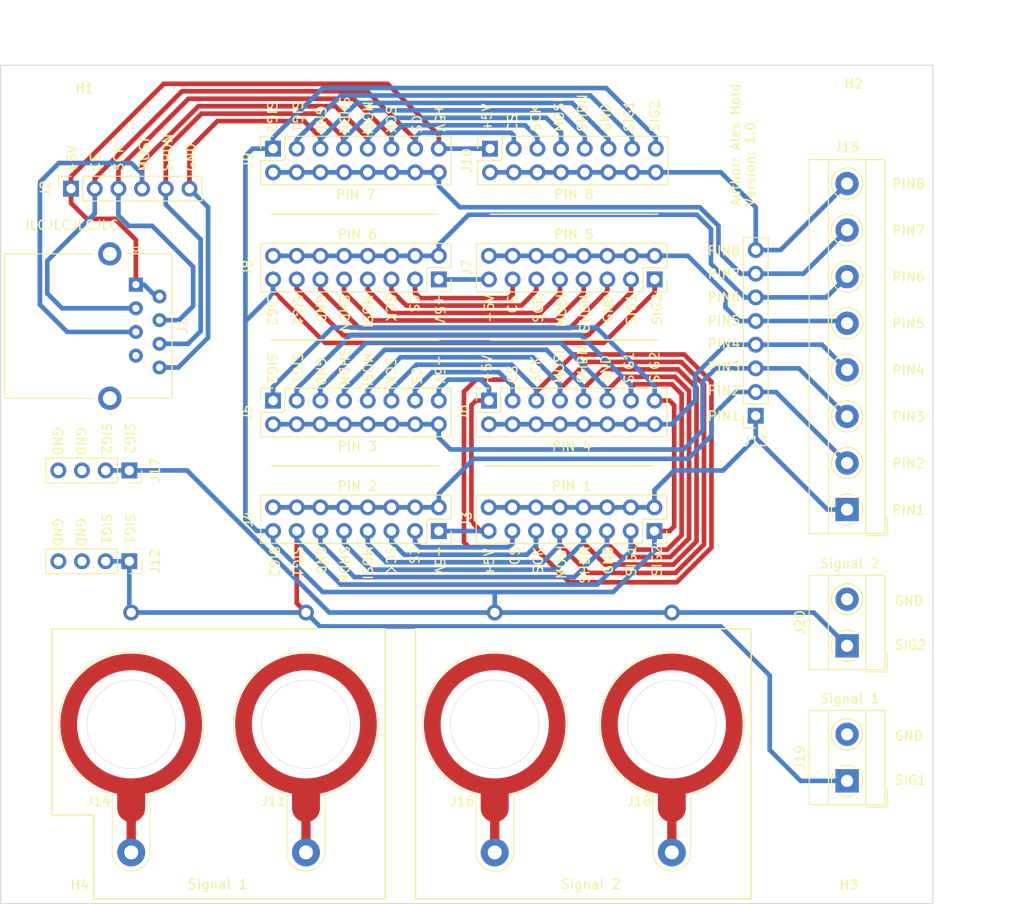
<source format=kicad_pcb>
(kicad_pcb (version 20221018) (generator pcbnew)
  (layers (0 "F.Cu" signal) (1 "In1.Cu" signal) (2 "In2.Cu" signal) (31 "B.Cu" signal) (34 "B.Paste" user) (35 "F.Paste" user) (36 "B.SilkS" user "B.Silkscreen") (37 "F.SilkS" user "F.Silkscreen") (38 "B.Mask" user) (39 "F.Mask" user) (44 "Edge.Cuts" user))
  (net 0 "")
  (net 1 "+5V")
  (net 2 "/CS")
  (net 3 "/SCK")
  (net 4 "/MOSI")
  (net 5 "/SHUTDOWN")
  (net 6 "GND")
  (net 7 "/PIN_1")
  (net 8 "/SIGNAL_1")
  (net 9 "/SIGNAL_2")
  (net 10 "/PIN_2")
  (net 11 "/PIN_3")
  (net 12 "/PIN_4")
  (net 13 "/PIN_5")
  (net 14 "/PIN_6")
  (net 15 "/PIN_7")
  (net 16 "/PIN_8")
  (footprint "Connector_PinSocket_2.54mm:PinSocket_2x08_P2.54mm_Vertical" (layer "F.Cu") (at 150.16 103 -90)
    (fp_text reference "J7")
    (fp_text value "Conn_02x08_Odd_Even" hide)
  )
  (footprint "Connector_PinSocket_2.54mm:PinSocket_1x04_P2.54mm_Vertical" (layer "F.Cu") (at 93.8 133.25 -90)
    (fp_text reference "J12")
    (fp_text value "Conn_01x04_Pin" hide)
  )
  (footprint "Connector_PinSocket_2.54mm:PinSocket_2x08_P2.54mm_Vertical" (layer "F.Cu") (at 127 130 -90)
    (fp_text reference "J4")
    (fp_text value "Conn_02x08_Odd_Even" hide)
  )
  (footprint "Library:BNC_Connector" (layer "F.Cu") (at 152 150.75)
    (fp_text reference "J18")
    (fp_text value "Conn_Coaxial")
    (fp_circle (center 0 0) (end 4.75 0) (stroke (width 0.05)) (fill none) (layer "Edge.Cuts"))
  )
  (footprint "MountingHole:MountingHole_3.2mm_M3" (layer "F.Cu") (at 85 165)
    (fp_text reference "H4")
    (fp_text value "MountingHole" hide)
  )
  (footprint "Connector_PinSocket_2.54mm:PinSocket_2x08_P2.54mm_Vertical" (layer "F.Cu") (at 132.5 88.96 90)
    (fp_text reference "J10")
    (fp_text value "Conn_02x08_Odd_Even" hide)
  )
  (footprint "Connector_PinSocket_2.54mm:PinSocket_2x08_P2.54mm_Vertical" (layer "F.Cu") (at 132.38 116 90)
    (fp_text reference "J6")
    (fp_text value "Conn_02x08_Odd_Even" hide)
  )
  (footprint "Library:BNC_Connector" (layer "F.Cu") (at 133 150.75)
    (fp_text reference "J16")
    (fp_text value "Conn_Coaxial")
    (fp_circle (center 0 0) (end 4.75 0) (stroke (width 0.05)) (fill none) (layer "Edge.Cuts"))
  )
  (footprint "Library:RJ45_Amphenol_54602-x08_Horizontal_Custom" (layer "F.Cu") (at 94.5 103.555 -90)
    (fp_text reference "J1")
    (fp_text value "8P8C")
  )
  (footprint "Connector_PinSocket_2.54mm:PinSocket_2x08_P2.54mm_Vertical" (layer "F.Cu") (at 127 103 -90)
    (fp_text reference "J8")
    (fp_text value "Conn_02x08_Odd_Even" hide)
  )
  (footprint "Connector_PinSocket_2.54mm:PinSocket_1x08_P2.54mm_Vertical" (layer "F.Cu") (at 161 117.62 180)
    (fp_text reference "J13")
    (fp_text value "Conn_01x08_Pin" hide)
  )
  (footprint "Connector_PinSocket_2.54mm:PinSocket_1x04_P2.54mm_Vertical" (layer "F.Cu") (at 93.8 123.5 -90)
    (fp_text reference "J17")
    (fp_text value "Conn_01x04_Pin" hide)
  )
  (footprint "MountingHole:MountingHole_3.2mm_M3" (layer "F.Cu") (at 175 165)
    (fp_text reference "H3")
    (fp_text value "MountingHole" hide)
  )
  (footprint "Connector_PinSocket_2.54mm:PinSocket_2x08_P2.54mm_Vertical" (layer "F.Cu") (at 109.22 116 90)
    (fp_text reference "J5")
    (fp_text value "Conn_02x08_Odd_Even" hide)
  )
  (footprint "Library:BNC_Connector" (layer "F.Cu") (at 112.75 150.75)
    (fp_text reference "J11")
    (fp_text value "Conn_Coaxial")
    (fp_circle (center 0 0) (end 4.75 0) (stroke (width 0.05)) (fill none) (layer "Edge.Cuts"))
  )
  (footprint "TerminalBlock_MetzConnect:TerminalBlock_MetzConnect_Type055_RT01502HDWU_1x02_P5.00mm_Horizontal" (layer "F.Cu") (at 170.8 142.32057 90)
    (fp_text reference "J20")
    (fp_text value "Terminal" hide)
  )
  (footprint "TerminalBlock_MetzConnect:TerminalBlock_MetzConnect_Type055_RT01502HDWU_1x02_P5.00mm_Horizontal" (layer "F.Cu") (at 170.8 156.82057 90)
    (fp_text reference "J19")
    (fp_text value "Terminal" hide)
  )
  (footprint "Connector_PinSocket_2.54mm:PinSocket_2x08_P2.54mm_Vertical" (layer "F.Cu") (at 109.22 88.96 90)
    (fp_text reference "J9")
    (fp_text value "Conn_02x08_Odd_Even" hide)
  )
  (footprint "MountingHole:MountingHole_3.2mm_M3" (layer "F.Cu") (at 175 85)
    (fp_text reference "H2")
    (fp_text value "MountingHole" hide)
  )
  (footprint "Library:ScrewConnector8" (layer "F.Cu") (at 170.8 110.20057 90)
    (fp_text reference "J15")
    (fp_text value "Screw_Terminal_01x08" hide)
  )
  (footprint "Library:BNC_Connector" (layer "F.Cu") (at 94 150.75)
    (fp_text reference "J14")
    (fp_text value "Conn_Coaxial")
    (fp_circle (center 0 0) (end 4.75 0) (stroke (width 0.05)) (fill none) (layer "Edge.Cuts"))
  )
  (footprint "Connector_PinSocket_2.54mm:PinSocket_1x06_P2.54mm_Vertical" (layer "F.Cu") (at 87.55 93.25 90)
    (fp_text reference "J2")
    (fp_text value "Conn_01x06_Pin" hide)
  )
  (footprint "MountingHole:MountingHole_3.2mm_M3" (layer "F.Cu") (at 85 85)
    (fp_text reference "H1")
    (fp_text value "MountingHole" hide)
  )
  (footprint "Connector_PinSocket_2.54mm:PinSocket_2x08_P2.54mm_Vertical" (layer "F.Cu") (at 150.13 130 -90)
    (fp_text reference "J3")
    (fp_text value "Conn_02x08_Odd_Even" hide)
  )
  (gr_rect (start 124.5 140.5) (end 160.5 169.5) (stroke (width 0.15)) (fill none) (layer "F.SilkS"))
  (gr_line (start 121.25 169.5) (end 121.25 140.5) (stroke (width 0.15)) (layer "F.SilkS"))
  (gr_line (start 85.5 140.5) (end 85.5 160.5) (stroke (width 0.15)) (layer "F.SilkS"))
  (gr_line (start 132.5 96) (end 150.5 96) (stroke (width 0.15)) (layer "F.SilkS"))
  (gr_line (start 90 169.5) (end 121.25 169.5) (stroke (width 0.15)) (layer "F.SilkS"))
  (gr_line (start 132.5 109.5) (end 150.5 109.5) (stroke (width 0.15)) (layer "F.SilkS"))
  (gr_line (start 109 123) (end 127 123) (stroke (width 0.15)) (layer "F.SilkS"))
  (gr_line (start 109 96) (end 127 96) (stroke (width 0.15)) (layer "F.SilkS"))
  (gr_line (start 85.5 160.5) (end 90 160.5) (stroke (width 0.15)) (layer "F.SilkS"))
  (gr_line (start 109 109.5) (end 127 109.5) (stroke (width 0.15)) (layer "F.SilkS"))
  (gr_line (start 132 123) (end 150 123) (stroke (width 0.15)) (layer "F.SilkS"))
  (gr_line (start 90 160.5) (end 90 169.5) (stroke (width 0.15)) (layer "F.SilkS"))
  (gr_line (start 121.25 140.5) (end 85.5 140.5) (stroke (width 0.15)) (layer "F.SilkS"))
  (gr_rect (start 80 80) (end 180 170) (stroke (width 0.1)) (fill none) (layer "Edge.Cuts"))
  (gr_text "SIG2" (at 175.8 142.82057) (layer "F.SilkS") (effects (font (size 1 1)) (justify left bottom)))
  (gr_text "PIN7" (at 175.55 98.32057) (layer "F.SilkS") (effects (font (size 1 1)) (justify left bottom)))
  (gr_text "SCK" (at 93.25 91.5 90) (layer "F.SilkS") (effects (font (size 1 1)) (justify left bottom)))
  (gr_text "GND" (at 113.75 111.25 -90) (layer "F.SilkS") (effects (font (size 1 1)) (justify left bottom)))
  (gr_text "GND" (at 88 128.5 -90) (layer "F.SilkS") (effects (font (size 1 1)) (justify left bottom)))
  (gr_text "Signal 2" (at 140 168.5) (layer "F.SilkS") (effects (font (size 1 1)) (justify left bottom)))
  (gr_text "CS" (at 90.75 91.5 90) (layer "F.SilkS") (effects (font (size 1 1)) (justify left bottom)))
  (gr_text "PIN 4" (at 141.25 121.5) (layer "F.SilkS") (effects (font (size 1 1)) (justify bottom)))
  (gr_text "PIN7" (at 155.75 103) (layer "F.SilkS") (effects (font (size 1 1)) (justify left bottom)))
  (gr_text "SIG2" (at 150.75 114.25 90) (layer "F.SilkS") (effects (font (size 1 1)) (justify left bottom)))
  (gr_text "SIG1" (at 111.25 104.5 -90) (layer "F.SilkS") (effects (font (size 1 1)) (justify left bottom)))
  (gr_text "SCK" (at 121.25 131.5 -90) (layer "F.SilkS") (effects (font (size 1 1)) (justify left bottom)))
  (gr_text "PIN 8" (at 141.5 94.46) (layer "F.SilkS") (effects (font (size 1 1)) (justify bottom)))
  (gr_text "SIG2" (at 108.75 131.5 -90) (layer "F.SilkS") (effects (font (size 1 1)) (justify left bottom)))
  (gr_text "PIN8" (at 175.55 93.32057) (layer "F.SilkS") (effects (font (size 1 1)) (justify left bottom)))
  (gr_text "CS" (at 135.5 87.25 90) (layer "F.SilkS") (effects (font (size 1 1)) (justify left bottom)))
  (gr_text "+5V" (at 133 135 90) (layer "F.SilkS") (effects (font (size 1 1)) (justify left bottom)))
  (gr_text "+5V" (at 132.75 87.25 90) (layer "F.SilkS") (effects (font (size 1 1)) (justify left bottom)))
  (gr_text "SIG1" (at 93.25 128 270) (layer "F.SilkS") (effects (font (size 1 1)) (justify left bottom)))
  (gr_text "Signal 1" (at 167.8 148.57057) (layer "F.SilkS") (effects (font (size 1 1)) (justify left bottom)))
  (gr_text "SCK" (at 121.25 111.25 -90) (layer "F.SilkS") (effects (font (size 1 1)) (justify left bottom)))
  (gr_text "MOSI" (at 140.75 135.25 90) (layer "F.SilkS") (effects (font (size 1 1)) (justify left bottom)))
  (gr_text "SHDN" (at 116.25 110.25 -90) (layer "F.SilkS") (effects (font (size 1 1)) (justify left bottom)))
  (gr_text "Signal 2" (at 167.8 134.07057) (layer "F.SilkS") (effects (font (size 1 1)) (justify left bottom)))
  (gr_text "GND" (at 101 91.5 90) (layer "F.SilkS") (effects (font (size 1 1)) (justify left bottom)))
  (gr_text "SCK" (at 138.25 134.75 90) (layer "F.SilkS") (effects (font (size 1 1)) (justify left bottom)))
  (gr_text "SIG1" (at 111.25 110.75 -90) (layer "F.SilkS") (effects (font (size 1 1)) (justify left bottom)))
  (gr_text "PIN 6" (at 118.25 98.75) (layer "F.SilkS") (effects (font (size 1 1)) (justify bottom)))
  (gr_text "JLCJLCJLCJLC" (at 82.25 97.75) (layer "F.SilkS") (effects (font (size 1 1)) (justify left bottom)))
  (gr_text "SHDN" (at 143 87.25 90) (layer "F.SilkS") (effects (font (size 1 1)) (justify left bottom)))
  (gr_text "MOSI" (at 96 91.5 90) (layer "F.SilkS") (effects (font (size 1 1)) (justify left bottom)))
  (gr_text "+5V" (at 126.5 111 -90) (layer "F.SilkS") (effects (font (size 1 1)) (justify left bottom)))
  (gr_text "SIG2" (at 151 135 90) (layer "F.SilkS") (effects (font (size 1 1)) (justify left bottom)))
  (gr_text "Author: Alex Hold\nVersion: 1.0" (at 161 95.25 90) (layer "F.SilkS") (effects (font (size 1 1)) (justify left bottom)))
  (gr_text "CS" (at 123.75 104.5 -90) (layer "F.SilkS") (effects (font (size 1 1)) (justify left bottom)))
  (gr_text "SIG2" (at 108.5 104.5 -90) (layer "F.SilkS") (effects (font (size 1 1)) (justify left bottom)))
  (gr_text "GND" (at 145.75 134.75 90) (layer "F.SilkS") (effects (font (size 1 1)) (justify left bottom)))
  (gr_text "SHDN" (at 143 114.25 90) (layer "F.SilkS") (effects (font (size 1 1)) (justify left bottom)))
  (gr_text "PIN 7" (at 118.09 94.46) (layer "F.SilkS") (effects (font (size 1 1)) (justify bottom)))
  (gr_text "SHDN" (at 98.5 91.5 90) (layer "F.SilkS") (effects (font (size 1 1)) (justify left bottom)))
  (gr_text "GND" (at 175.8 152.57057) (layer "F.SilkS") (effects (font (size 1 1)) (justify left bottom)))
  (gr_text "SIG2" (at 151 108 90) (layer "F.SilkS") (effects (font (size 1 1)) (justify left bottom)))
  (gr_text "PIN4" (at 175.55 113.32057) (layer "F.SilkS") (effects (font (size 1 1)) (justify left bottom)))
  (gr_text "PIN6" (at 175.55 103.32057) (layer "F.SilkS") (effects (font (size 1 1)) (justify left bottom)))
  (gr_text "PIN 1" (at 141.25 125.75) (layer "F.SilkS") (effects (font (size 1 1)) (justify bottom)))
  (gr_text "GND" (at 145.5 87.25 90) (layer "F.SilkS") (effects (font (size 1 1)) (justify left bottom)))
  (gr_text "CS" (at 135.75 133.75 90) (layer "F.SilkS") (effects (font (size 1 1)) (justify left bottom)))
  (gr_text "MOSI" (at 118.75 104.5 -90) (layer "F.SilkS") (effects (font (size 1 1)) (justify left bottom)))
  (gr_text "MOSI" (at 140.5 87.25 90) (layer "F.SilkS") (effects (font (size 1 1)) (justify left bottom)))
  (gr_text "CS" (at 124 85.25 -90) (layer "F.SilkS") (effects (font (size 1 1)) (justify left bottom)))
  (gr_text "SCK" (at 138.25 107.75 90) (layer "F.SilkS") (effects (font (size 1 1)) (justify left bottom)))
  (gr_text "MOSI" (at 118.75 83.75 -90) (layer "F.SilkS") (effects (font (size 1 1)) (justify left bottom)))
  (gr_text "PIN 5" (at 141.5 98.75) (layer "F.SilkS") (effects (font (size 1 1)) (justify bottom)))
  (gr_text "SHDN" (at 116.25 83.25 -90) (layer "F.SilkS") (effects (font (size 1 1)) (justify left bottom)))
  (gr_text "SCK" (at 138 114.25 90) (layer "F.SilkS") (effects (font (size 1 1)) (justify left bottom)))
  (gr_text "PIN4" (at 155.75 110.5) (layer "F.SilkS") (effects (font (size 1 1)) (justify left bottom)))
  (gr_text "SIG1" (at 175.8 157.32057) (layer "F.SilkS") (effects (font (size 1 1)) (justify left bottom)))
  (gr_text "SCK" (at 138 87.25 90) (layer "F.SilkS") (effects (font (size 1 1)) (justify left bottom)))
  (gr_text "SIG1" (at 148.25 135 90) (layer "F.SilkS") (effects (font (size 1 1)) (justify left bottom)))
  (gr_text "CS" (at 135.5 106.75 90) (layer "F.SilkS") (effects (font (size 1 1)) (justify left bottom)))
  (gr_text "GND" (at 113.75 104.5 -90) (layer "F.SilkS") (effects (font (size 1 1)) (justify left bottom)))
  (gr_text "Signal 1" (at 100 168.5) (layer "F.SilkS") (effects (font (size 1 1)) (justify left bottom)))
  (gr_text "SHDN" (at 116.25 131.5 -90) (layer "F.SilkS") (effects (font (size 1 1)) (justify left bottom)))
  (gr_text "SIG1" (at 148.25 108 90) (layer "F.SilkS") (effects (font (size 1 1)) (justify left bottom)))
  (gr_text "PIN8" (at 155.75 100.5) (layer "F.SilkS") (effects (font (size 1 1)) (justify left bottom)))
  (gr_text "SIG1" (at 148 114.25 90) (layer "F.SilkS") (effects (font (size 1 1)) (justify left bottom)))
  (gr_text "PIN2" (at 175.55 123.32057) (layer "F.SilkS") (effects (font (size 1 1)) (justify left bottom)))
  (gr_text "GND" (at 113.75 131.5 -90) (layer "F.SilkS") (effects (font (size 1 1)) (justify left bottom)))
  (gr_text "+5V" (at 88.25 91.75 90) (layer "F.SilkS") (effects (font (size 1 1)) (justify left bottom)))
  (gr_text "GND" (at 85.5 128.5 -90) (layer "F.SilkS") (effects (font (size 1 1)) (justify left bottom)))
  (gr_text "MOSI" (at 118.75 110.75 -90) (layer "F.SilkS") (effects (font (size 1 1)) (justify left bottom)))
  (gr_text "GND" (at 145.75 107.75 90) (layer "F.SilkS") (effects (font (size 1 1)) (justify left bottom)))
  (gr_text "SIG1" (at 111.25 131.5 -90) (layer "F.SilkS") (effects (font (size 1 1)) (justify left bottom)))
  (gr_text "GND" (at 145.5 114.25 90) (layer "F.SilkS") (effects (font (size 1 1)) (justify left bottom)))
  (gr_text "SIG2" (at 93.25 118.25 270) (layer "F.SilkS") (effects (font (size 1 1)) (justify left bottom)))
  (gr_text "SHDN" (at 143.25 108.75 90) (layer "F.SilkS") (effects (font (size 1 1)) (justify left bottom)))
  (gr_text "GND" (at 88 118.75 -90) (layer "F.SilkS") (effects (font (size 1 1)) (justify left bottom)))
  (gr_text "PIN1" (at 175.55 128.32057) (layer "F.SilkS") (effects (font (size 1 1)) (justify left bottom)))
  (gr_text "MOSI" (at 118.75 131.5 -90) (layer "F.SilkS") (effects (font (size 1 1)) (justify left bottom)))
  (gr_text "PIN6" (at 155.75 105.5) (layer "F.SilkS") (effects (font (size 1 1)) (justify left bottom)))
  (gr_text "CS" (at 135.5 114.25 90) (layer "F.SilkS") (effects (font (size 1 1)) (justify left bottom)))
  (gr_text "SIG2" (at 108.5 83.75 -90) (layer "F.SilkS") (effects (font (size 1 1)) (justify left bottom)))
  (gr_text "MOSI" (at 140.5 114.25 90) (layer "F.SilkS") (effects (font (size 1 1)) (justify left bottom)))
  (gr_text "SHDN" (at 143.25 135.75 90) (layer "F.SilkS") (effects (font (size 1 1)) (justify left bottom)))
  (gr_text "PIN2" (at 155.75 115.5) (layer "F.SilkS") (effects (font (size 1 1)) (justify left bottom)))
  (gr_text "+5V" (at 126.5 104.5 -90) (layer "F.SilkS") (effects (font (size 1 1)) (justify left bottom)))
  (gr_text "SIG2" (at 90.75 118.25 270) (layer "F.SilkS") (effects (font (size 1 1)) (justify left bottom)))
  (gr_text "GND" (at 113.75 84.25 -90) (layer "F.SilkS") (effects (font (size 1 1)) (justify left bottom)))
  (gr_text "PIN5" (at 175.55 108.32057) (layer "F.SilkS") (effects (font (size 1 1)) (justify left bottom)))
  (gr_text "PIN3" (at 155.75 113) (layer "F.SilkS") (effects (font (size 1 1)) (justify left bottom)))
  (gr_text "CS" (at 123.75 131.5 -90) (layer "F.SilkS") (effects (font (size 1 1)) (justify left bottom)))
  (gr_text "SIG1" (at 111.25 83.75 -90) (layer "F.SilkS") (effects (font (size 1 1)) (justify left bottom)))
  (gr_text "+5V" (at 132.75 114.25 90) (layer "F.SilkS") (effects (font (size 1 1)) (justify left bottom)))
  (gr_text "+5V" (at 126.5 84 -90) (layer "F.SilkS") (effects (font (size 1 1)) (justify left bottom)))
  (gr_text "+5V" (at 126.5 131.5 -90) (layer "F.SilkS") (effects (font (size 1 1)) (justify left bottom)))
  (gr_text "SHDN" (at 116.25 104.5 -90) (layer "F.SilkS") (effects (font (size 1 1)) (justify left bottom)))
  (gr_text "GND" (at 85.5 118.75 -90) (layer "F.SilkS") (effects (font (size 1 1)) (justify left bottom)))
  (gr_text "PIN 2" (at 118.25 125.75) (layer "F.SilkS") (effects (font (size 1 1)) (justify bottom)))
  (gr_text "PIN1" (at 155.75 118.25) (layer "F.SilkS") (effects (font (size 1 1)) (justify left bottom)))
  (gr_text "SCK" (at 121.25 104.5 -90) (layer "F.SilkS") (effects (font (size 1 1)) (justify left bottom)))
  (gr_text "SIG2" (at 108.5 110.75 -90) (layer "F.SilkS") (effects (font (size 1 1)) (justify left bottom)))
  (gr_text "PIN 3" (at 118.25 121.5) (layer "F.SilkS") (effects (font (size 1 1)) (justify bottom)))
  (gr_text "SIG2" (at 150.75 87.25 90) (layer "F.SilkS") (effects (font (size 1 1)) (justify left bottom)))
  (gr_text "PIN3" (at 175.55 118.32057) (layer "F.SilkS") (effects (font (size 1 1)) (justify left bottom)))
  (gr_text "SIG1" (at 148 87.25 90) (layer "F.SilkS") (effects (font (size 1 1)) (justify left bottom)))
  (gr_text "+5V" (at 133 107.75 90) (layer "F.SilkS") (effects (font (size 1 1)) (justify left bottom)))
  (gr_text "PIN5" (at 155.75 108) (layer "F.SilkS") (effects (font (size 1 1)) (justify left bottom)))
  (gr_text "MOSI" (at 140.75 108.25 90) (layer "F.SilkS") (effects (font (size 1 1)) (justify left bottom)))
  (gr_text "SCK" (at 121.25 84.25 -90) (layer "F.SilkS") (effects (font (size 1 1)) (justify left bottom)))
  (gr_text "GND" (at 175.8 138.07057) (layer "F.SilkS") (effects (font (size 1 1)) (justify left bottom)))
  (gr_text "SIG1" (at 90.75 128 270) (layer "F.SilkS") (effects (font (size 1 1)) (justify left bottom)))
  (gr_text "CS" (at 124 112.25 -90) (layer "F.SilkS") (effects (font (size 1 1)) (justify left bottom)))
  (segment (start 121.5 82) (end 97.5 82) (width 0.5) (layer "F.Cu") (net 1))
  (segment (start 127 88.96) (end 127 87.5) (width 0.5) (layer "F.Cu") (net 1))
  (segment (start 131.5 130) (end 132.35 130) (width 0.5) (layer "F.Cu") (net 1))
  (segment (start 130.5 116.5) (end 130.5 129) (width 0.5) (layer "F.Cu") (net 1))
  (segment (start 87.55 93.25) (end 87.55 94.8) (width 0.5) (layer "F.Cu") (net 1))
  (segment (start 131 116) (end 130.5 116.5) (width 0.5) (layer "F.Cu") (net 1))
  (segment (start 87.55 91.95) (end 87.55 93.25) (width 0.5) (layer "F.Cu") (net 1))
  (segment (start 87.55 94.8) (end 89.25 96.5) (width 0.5) (layer "F.Cu") (net 1))
  (segment (start 89.25 96.5) (end 92.25 96.5) (width 0.5) (layer "F.Cu") (net 1))
  (segment (start 127 87.5) (end 121.5 82) (width 0.5) (layer "F.Cu") (net 1))
  (segment (start 132.38 116) (end 131 116) (width 0.5) (layer "F.Cu") (net 1))
  (segment (start 130.5 129) (end 131.5 130) (width 0.5) (layer "F.Cu") (net 1))
  (segment (start 94.5 98.75) (end 94.5 103.555) (width 0.5) (layer "F.Cu") (net 1))
  (segment (start 97.5 82) (end 87.55 91.95) (width 0.5) (layer "F.Cu") (net 1))
  (segment (start 92.25 96.5) (end 94.5 98.75) (width 0.5) (layer "F.Cu") (net 1))
  (segment (start 95.37 103.555) (end 96.64 104.825) (width 0.5) (layer "B.Cu") (net 1))
  (segment (start 129.5 130) (end 132.35 130) (width 0.5) (layer "B.Cu") (net 1))
  (segment (start 94.1 103.555) (end 95.37 103.555) (width 0.5) (layer "B.Cu") (net 1))
  (segment (start 127 88.96) (end 129.75 88.96) (width 0.5) (layer "B.Cu") (net 1))
  (segment (start 129.75 88.96) (end 132.5 88.96) (width 0.5) (layer "B.Cu") (net 1))
  (segment (start 131.5 113.75) (end 132.38 114.63) (width 0.5) (layer "B.Cu") (net 1))
  (segment (start 129.75 103) (end 127 103) (width 0.5) (layer "B.Cu") (net 1))
  (segment (start 127 130) (end 129.5 130) (width 0.5) (layer "B.Cu") (net 1))
  (segment (start 127 116) (end 127 114.75) (width 0.5) (layer "B.Cu") (net 1))
  (segment (start 127 114.75) (end 128 113.75) (width 0.5) (layer "B.Cu") (net 1))
  (segment (start 132.38 103) (end 129.75 103) (width 0.5) (layer "B.Cu") (net 1))
  (segment (start 128 113.75) (end 131.5 113.75) (width 0.5) (layer "B.Cu") (net 1))
  (segment (start 132.38 114.63) (end 132.38 116) (width 0.5) (layer "B.Cu") (net 1))
  (segment (start 124.46 88.96) (end 124.46 87.96) (width 0.5) (layer "F.Cu") (net 2))
  (segment (start 134.5 105) (end 134.92 104.58) (width 0.5) (layer "F.Cu") (net 2))
  (segment (start 124.46 87.96) (end 119.3 82.8) (width 0.5) (layer "F.Cu") (net 2))
  (segment (start 124.46 104.46) (end 125 105) (width 0.5) (layer "F.Cu") (net 2))
  (segment (start 119.3 82.8) (end 99.45 82.8) (width 0.5) (layer "F.Cu") (net 2))
  (segment (start 131 113.75) (end 134.25 113.75) (width 0.5) (layer "F.Cu") (net 2))
  (segment (start 134.5 131.75) (end 130.25 131.75) (width 0.5) (layer "F.Cu") (net 2))
  (segment (start 134.92 114.42) (end 134.92 116) (width 0.5) (layer "F.Cu") (net 2))
  (segment (start 134.89 130) (end 134.89 131.36) (width 0.5) (layer "F.Cu") (net 2))
  (segment (start 90.09 92.16) (end 90.09 93.25) (width 0.5) (layer "F.Cu") (net 2))
  (segment (start 134.92 104.58) (end 134.92 103) (width 0.5) (layer "F.Cu") (net 2))
  (segment (start 134.25 113.75) (end 134.92 114.42) (width 0.5) (layer "F.Cu") (net 2))
  (segment (start 129.7 131.2) (end 129.7 115.05) (width 0.5) (layer "F.Cu") (net 2))
  (segment (start 125 105) (end 134.5 105) (width 0.5) (layer "F.Cu") (net 2))
  (segment (start 130.25 131.75) (end 129.7 131.2) (width 0.5) (layer "F.Cu") (net 2))
  (segment (start 124.46 103) (end 124.46 104.46) (width 0.5) (layer "F.Cu") (net 2))
  (segment (start 134.89 131.36) (end 134.5 131.75) (width 0.5) (layer "F.Cu") (net 2))
  (segment (start 129.7 115.05) (end 131 113.75) (width 0.5) (layer "F.Cu") (net 2))
  (segment (start 99.45 82.8) (end 90.09 92.16) (width 0.5) (layer "F.Cu") (net 2))
  (segment (start 94.5 106.095) (end 86.595 106.095) (width 0.5) (layer "B.Cu") (net 2))
  (segment (start 90.09 95.91) (end 90.09 93.25) (width 0.5) (layer "B.Cu") (net 2))
  (segment (start 124.46 114.79) (end 126.3 112.95) (width 0.5) (layer "B.Cu") (net 2))
  (segment (start 124.5 88.92) (end 124.5 87.75) (width 0.5) (layer "B.Cu") (net 2))
  (segment (start 134.89 131.36) (end 134.89 130) (width 0.5) (layer "B.Cu") (net 2))
  (segment (start 124.46 130) (end 124.46 131.21) (width 0.5) (layer "B.Cu") (net 2))
  (segment (start 133.45 112.95) (end 134.92 114.42) (width 0.5) (layer "B.Cu") (net 2))
  (segment (start 124.5 87.75) (end 125 87.25) (width 0.5) (layer "B.Cu") (net 2))
  (segment (start 126.3 112.95) (end 133.45 112.95) (width 0.5) (layer "B.Cu") (net 2))
  (segment (start 125 131.75) (end 134.5 131.75) (width 0.5) (layer "B.Cu") (net 2))
  (segment (start 134.92 114.42) (end 134.92 116) (width 0.5) (layer "B.Cu") (net 2))
  (segment (start 134.5 131.75) (end 134.89 131.36) (width 0.5) (layer "B.Cu") (net 2))
  (segment (start 134.75 87.25) (end 135.04 87.54) (width 0.5) (layer "B.Cu") (net 2))
  (segment (start 124.46 131.21) (end 125 131.75) (width 0.5) (layer "B.Cu") (net 2))
  (segment (start 135.04 87.54) (end 135.04 88.96) (width 0.5) (layer "B.Cu") (net 2))
  (segment (start 85 101) (end 90.09 95.91) (width 0.5) (layer "B.Cu") (net 2))
  (segment (start 85 104.5) (end 85 101) (width 0.5) (layer "B.Cu") (net 2))
  (segment (start 124.46 116) (end 124.46 114.79) (width 0.5) (layer "B.Cu") (net 2))
  (segment (start 86.595 106.095) (end 85 104.5) (width 0.5) (layer "B.Cu") (net 2))
  (segment (start 124.46 88.96) (end 124.5 88.92) (width 0.5) (layer "B.Cu") (net 2))
  (segment (start 125 87.25) (end 134.75 87.25) (width 0.5) (layer "B.Cu") (net 2))
  (segment (start 137.46 116) (end 137.46 115.04) (width 0.5) (layer "F.Cu") (net 3))
  (segment (start 121.92 103) (end 121.92 104.202081) (width 0.5) (layer "F.Cu") (net 3))
  (segment (start 137.43 131.93) (end 137.43 130) (width 0.5) (layer "F.Cu") (net 3))
  (segment (start 117.85 83.6) (end 100.15 83.6) (width 0.5) (layer "F.Cu") (net 3))
  (segment (start 121.92 88.96) (end 121.92 87.67) (width 0.5) (layer "F.Cu") (net 3))
  (segment (start 152.52548 135.5) (end 141 135.5) (width 0.5) (layer "F.Cu") (net 3))
  (segment (start 123.517919 105.8) (end 135.862081 105.8) (width 0.5) (layer "F.Cu") (net 3))
  (segment (start 137.46 115.04) (end 141.45 111.05) (width 0.5) (layer "F.Cu") (net 3))
  (segment (start 137.46 104.202081) (end 137.46 103) (width 0.5) (layer "F.Cu") (net 3))
  (segment (start 141.45 111.05) (end 153.325482 111.05) (width 0.5) (layer "F.Cu") (net 3))
  (segment (start 156.25 131.77548) (end 152.52548 135.5) (width 0.5) (layer "F.Cu") (net 3))
  (segment (start 156.25 113.974517) (end 156.25 131.77548) (width 0.5) (layer "F.Cu") (net 3))
  (segment (start 100.15 83.6) (end 92.63 91.12) (width 0.5) (layer "F.Cu") (net 3))
  (segment (start 141 135.5) (end 137.43 131.93) (width 0.5) (layer "F.Cu") (net 3))
  (segment (start 92.63 91.12) (end 92.63 93.25) (width 0.5) (layer "F.Cu") (net 3))
  (segment (start 153.325482 111.05) (end 156.25 113.974517) (width 0.5) (layer "F.Cu") (net 3))
  (segment (start 121.92 87.67) (end 117.85 83.6) (width 0.5) (layer "F.Cu") (net 3))
  (segment (start 135.862081 105.8) (end 137.46 104.202081) (width 0.5) (layer "F.Cu") (net 3))
  (segment (start 121.92 104.202081) (end 123.517919 105.8) (width 0.5) (layer "F.Cu") (net 3))
  (segment (start 137.58 87.757919) (end 137.58 88.96) (width 0.5) (layer "B.Cu") (net 3))
  (segment (start 100.65 101.65) (end 96.25 97.25) (width 0.5) (layer "B.Cu") (net 3))
  (segment (start 96.25 97.25) (end 93.75 97.25) (width 0.5) (layer "B.Cu") (net 3))
  (segment (start 137.46 114.797919) (end 137.46 116) (width 0.5) (layer "B.Cu") (net 3))
  (segment (start 96.64 107.365) (end 99.135 107.365) (width 0.5) (layer "B.Cu") (net 3))
  (segment (start 136.272081 86.45) (end 137.58 87.757919) (width 0.5) (layer "B.Cu") (net 3))
  (segment (start 100.65 105.85) (end 100.65 101.65) (width 0.5) (layer "B.Cu") (net 3))
  (segment (start 137.43 131.57) (end 137.43 130) (width 0.5) (layer "B.Cu") (net 3))
  (segment (start 121.92 87.58) (end 123.05 86.45) (width 0.5) (layer "B.Cu") (net 3))
  (segment (start 121.92 116) (end 121.92 114.83) (width 0.5) (layer "B.Cu") (net 3))
  (segment (start 121.92 114.83) (end 124.6 112.15) (width 0.5) (layer "B.Cu") (net 3))
  (segment (start 134.812081 112.15) (end 137.46 114.797919) (width 0.5) (layer "B.Cu") (net 3))
  (segment (start 123.3 132.55) (end 136.45 132.55) (width 0.5) (layer "B.Cu") (net 3))
  (segment (start 124.6 112.15) (end 134.812081 112.15) (width 0.5) (layer "B.Cu") (net 3))
  (segment (start 123.05 86.45) (end 136.272081 86.45) (width 0.5) (layer "B.Cu") (net 3))
  (segment (start 121.92 130) (end 121.92 131.17) (width 0.5) (layer "B.Cu") (net 3))
  (segment (start 93.75 97.25) (end 92.63 96.13) (width 0.5) (layer "B.Cu") (net 3))
  (segment (start 136.45 132.55) (end 137.43 131.57) (width 0.5) (layer "B.Cu") (net 3))
  (segment (start 121.92 131.17) (end 123.3 132.55) (width 0.5) (layer "B.Cu") (net 3))
  (segment (start 99.135 107.365) (end 100.65 105.85) (width 0.5) (layer "B.Cu") (net 3))
  (segment (start 92.63 96.13) (end 92.63 93.25) (width 0.5) (layer "B.Cu") (net 3))
  (segment (start 121.92 88.96) (end 121.92 87.58) (width 0.5) (layer "B.Cu") (net 3))
  (segment (start 143 134.5) (end 139.97 131.47) (width 0.5) (layer "F.Cu") (net 4))
  (segment (start 137.9 106.6) (end 140 104.5) (width 0.5) (layer "F.Cu") (net 4))
  (segment (start 121.85 106.6) (end 137.9 106.6) (width 0.5) (layer "F.Cu") (net 4))
  (segment (start 142.9 111.85) (end 152.994111 111.85) (width 0.5) (layer "F.Cu") (net 4))
  (segment (start 101.21863 84.4) (end 95.17 90.44863) (width 0.5) (layer "F.Cu") (net 4))
  (segment (start 119.38 103) (end 119.38 104.13) (width 0.5) (layer "F.Cu") (net 4))
  (segment (start 152.994111 111.85) (end 155.45 114.305888) (width 0.5) (layer "F.Cu") (net 4))
  (segment (start 140 104.5) (end 140 103) (width 0.5) (layer "F.Cu") (net 4))
  (segment (start 140 114.75) (end 142.9 111.85) (width 0.5) (layer "F.Cu") (net 4))
  (segment (start 115.9 84.4) (end 101.21863 84.4) (width 0.5) (layer "F.Cu") (net 4))
  (segment (start 119.38 87.88) (end 119.38 88.96) (width 0.5) (layer "F.Cu") (net 4))
  (segment (start 115.9 84.4) (end 119.38 87.88) (width 0.5) (layer "F.Cu") (net 4))
  (segment (start 139.97 131.47) (end 139.97 130) (width 0.5) (layer "F.Cu") (net 4))
  (segment (start 95.17 90.44863) (end 95.17 93.25) (width 0.5) (layer "F.Cu") (net 4))
  (segment (start 155.45 114.305888) (end 155.45 131.44411) (width 0.5) (layer "F.Cu") (net 4))
  (segment (start 140 116) (end 140 114.75) (width 0.5) (layer "F.Cu") (net 4))
  (segment (start 119.38 104.13) (end 121.85 106.6) (width 0.5) (layer "F.Cu") (net 4))
  (segment (start 155.45 131.44411) (end 152.39411 134.5) (width 0.5) (layer "F.Cu") (net 4))
  (segment (start 152.39411 134.5) (end 143 134.5) (width 0.5) (layer "F.Cu") (net 4))
  (segment (start 119.38 87.87) (end 121.6 85.65) (width 0.5) (layer "B.Cu") (net 4))
  (segment (start 84.2 105.7) (end 87.135 108.635) (width 0.5) (layer "B.Cu") (net 4))
  (segment (start 119.38 88.96) (end 119.38 87.87) (width 0.5) (layer "B.Cu") (net 4))
  (segment (start 138.529899 85.65) (end 140.12 87.240101) (width 0.5) (layer "B.Cu") (net 4))
  (segment (start 87.135 108.635) (end 94.5 108.635) (width 0.5) (layer "B.Cu") (net 4))
  (segment (start 95.17 91.67) (end 94 90.5) (width 0.5) (layer "B.Cu") (net 4))
  (segment (start 119.38 131.38) (end 121.35 133.35) (width 0.5) (layer "B.Cu") (net 4))
  (segment (start 119.38 114.87) (end 122.9 111.35) (width 0.5) (layer "B.Cu") (net 4))
  (segment (start 86.25 90.5) (end 84.25 92.5) (width 0.5) (layer "B.Cu") (net 4))
  (segment (start 84.25 92.5) (end 84.25 92.75) (width 0.5) (layer "B.Cu") (net 4))
  (segment (start 140 114.280101) (end 140 116) (width 0.5) (layer "B.Cu") (net 4))
  (segment (start 140.12 87.240101) (end 140.12 88.96) (width 0.5) (layer "B.Cu") (net 4))
  (segment (start 95.17 93.25) (end 95.17 91.67) (width 0.5) (layer "B.Cu") (net 4))
  (segment (start 94 90.5) (end 86.25 90.5) (width 0.5) (layer "B.Cu") (net 4))
  (segment (start 84.2 92.8) (end 84.2 105.7) (width 0.5) (layer "B.Cu") (net 4))
  (segment (start 121.6 85.65) (end 138.529899 85.65) (width 0.5) (layer "B.Cu") (net 4))
  (segment (start 84.25 92.75) (end 84.2 92.8) (width 0.5) (layer "B.Cu") (net 4))
  (segment (start 121.35 133.35) (end 138.15 133.35) (width 0.5) (layer "B.Cu") (net 4))
  (segment (start 122.9 111.35) (end 137.069899 111.35) (width 0.5) (layer "B.Cu") (net 4))
  (segment (start 139.97 131.53) (end 139.97 130) (width 0.5) (layer "B.Cu") (net 4))
  (segment (start 119.38 130) (end 119.38 131.38) (width 0.5) (layer "B.Cu") (net 4))
  (segment (start 137.069899 111.35) (end 140 114.280101) (width 0.5) (layer "B.Cu") (net 4))
  (segment (start 119.38 116) (end 119.38 114.87) (width 0.5) (layer "B.Cu") (net 4))
  (segment (start 138.15 133.35) (end 139.97 131.53) (width 0.5) (layer "B.Cu") (net 4))
  (segment (start 116.75 87.75) (end 116.75 88.87) (width 0.5) (layer "F.Cu") (net 5))
  (segment (start 154.65 114.637259) (end 154.65 131.11274) (width 0.5) (layer "F.Cu") (net 5))
  (segment (start 142.54 116) (end 142.54 114.71) (width 0.5) (layer "F.Cu") (net 5))
  (segment (start 152.66274 112.65) (end 154.65 114.637259) (width 0.5) (layer "F.Cu") (net 5))
  (segment (start 139.6 107.4) (end 142.54 104.46) (width 0.5) (layer "F.Cu") (net 5))
  (segment (start 154.65 131.11274) (end 152.16274 133.6) (width 0.5) (layer "F.Cu") (net 5))
  (segment (start 142.54 114.71) (end 144.6 112.65) (width 0.5) (layer "F.Cu") (net 5))
  (segment (start 114.2 85.2) (end 116.75 87.75) (width 0.5) (layer "F.Cu") (net 5))
  (segment (start 97.71 89.04) (end 97.71 93.25) (width 0.5) (layer "F.Cu") (net 5))
  (segment (start 142.51 131.26) (end 142.51 130) (width 0.5) (layer "F.Cu") (net 5))
  (segment (start 116.84 104.34) (end 119.9 107.4) (width 0.5) (layer "F.Cu") (net 5))
  (segment (start 116.75 88.87) (end 116.84 88.96) (width 0.5) (layer "F.Cu") (net 5))
  (segment (start 101.55 85.2) (end 97.71 89.04) (width 0.5) (layer "F.Cu") (net 5))
  (segment (start 152.16274 133.6) (end 144.85 133.6) (width 0.5) (layer "F.Cu") (net 5))
  (segment (start 144.6 112.65) (end 152.66274 112.65) (width 0.5) (layer "F.Cu") (net 5))
  (segment (start 142.54 104.46) (end 142.54 103) (width 0.5) (layer "F.Cu") (net 5))
  (segment (start 119.9 107.4) (end 139.6 107.4) (width 0.5) (layer "F.Cu") (net 5))
  (segment (start 114.2 85.2) (end 101.55 85.2) (width 0.5) (layer "F.Cu") (net 5))
  (segment (start 116.84 103) (end 116.84 104.34) (width 0.5) (layer "F.Cu") (net 5))
  (segment (start 144.85 133.6) (end 142.51 131.26) (width 0.5) (layer "F.Cu") (net 5))
  (segment (start 142.51 131.202081) (end 142.51 130) (width 0.5) (layer "B.Cu") (net 5))
  (segment (start 116.84 130) (end 116.84 131.34) (width 0.5) (layer "B.Cu") (net 5))
  (segment (start 96.64 109.905) (end 100.095 109.905) (width 0.5) (layer "B.Cu") (net 5))
  (segment (start 116.84 131.34) (end 119.65 134.15) (width 0.5) (layer "B.Cu") (net 5))
  (segment (start 101.45 108.55) (end 101.45 98.7) (width 0.5) (layer "B.Cu") (net 5))
  (segment (start 139.85 84.85) (end 142.66 87.66) (width 0.5) (layer "B.Cu") (net 5))
  (segment (start 116.84 88.96) (end 116.84 87.91) (width 0.5) (layer "B.Cu") (net 5))
  (segment (start 142.54 114.54) (end 142.54 116) (width 0.5) (layer "B.Cu") (net 5))
  (segment (start 119.9 84.85) (end 139.85 84.85) (width 0.5) (layer "B.Cu") (net 5))
  (segment (start 116.84 87.91) (end 119.9 84.85) (width 0.5) (layer "B.Cu") (net 5))
  (segment (start 142.66 87.66) (end 142.66 88.96) (width 0.5) (layer "B.Cu") (net 5))
  (segment (start 97.71 94.96) (end 97.71 93.25) (width 0.5) (layer "B.Cu") (net 5))
  (segment (start 121.2 110.55) (end 138.55 110.55) (width 0.5) (layer "B.Cu") (net 5))
  (segment (start 116.84 114.91) (end 121.2 110.55) (width 0.5) (layer "B.Cu") (net 5))
  (segment (start 138.55 110.55) (end 142.54 114.54) (width 0.5) (layer "B.Cu") (net 5))
  (segment (start 139.562081 134.15) (end 142.51 131.202081) (width 0.5) (layer "B.Cu") (net 5))
  (segment (start 116.84 116) (end 116.84 114.91) (width 0.5) (layer "B.Cu") (net 5))
  (segment (start 100.095 109.905) (end 101.45 108.55) (width 0.5) (layer "B.Cu") (net 5))
  (segment (start 119.65 134.15) (end 139.562081 134.15) (width 0.5) (layer "B.Cu") (net 5))
  (segment (start 101.45 98.7) (end 97.71 94.96) (width 0.5) (layer "B.Cu") (net 5))
  (segment (start 118.45 108.2) (end 141.082081 108.2) (width 0.5) (layer "F.Cu") (net 6))
  (segment (start 114.3 103) (end 114.3 104.05) (width 0.5) (layer "F.Cu") (net 6))
  (segment (start 141.082081 108.2) (end 145.08 104.202081) (width 0.5) (layer "F.Cu") (net 6))
  (segment (start 145.08 104.202081) (end 145.08 103) (width 0.5) (layer "F.Cu") (net 6))
  (segment (start 114.3 87.757919) (end 114.3 88.96) (width 0.5) (layer "F.Cu") (net 6))
  (segment (start 145.08 114.92) (end 146.55 113.45) (width 0.5) (layer "F.Cu") (net 6))
  (segment (start 146.55 113.45) (end 152.33137 113.45) (width 0.5) (layer "F.Cu") (net 6))
  (segment (start 152.33137 113.45) (end 153.85 114.96863) (width 0.5) (layer "F.Cu") (net 6))
  (segment (start 100.25 89) (end 103.25 86) (width 0.5) (layer "F.Cu") (net 6))
  (segment (start 145.08 116) (end 145.08 114.92) (width 0.5) (layer "F.Cu") (net 6))
  (segment (start 100.25 93.25) (end 100.25 89) (width 0.5) (layer "F.Cu") (net 6))
  (segment (start 103.25 86) (end 112.542081 86) (width 0.5) (layer "F.Cu") (net 6))
  (segment (start 146.55 132.8) (end 145.05 131.3) (width 0.5) (layer "F.Cu") (net 6))
  (segment (start 153.85 130.78137) (end 151.83137 132.8) (width 0.5) (layer "F.Cu") (net 6))
  (segment (start 112.542081 86) (end 114.3 87.757919) (width 0.5) (layer "F.Cu") (net 6))
  (segment (start 153.85 114.96863) (end 153.85 130.78137) (width 0.5) (layer "F.Cu") (net 6))
  (segment (start 151.83137 132.8) (end 146.55 132.8) (width 0.5) (layer "F.Cu") (net 6))
  (segment (start 145.05 131.3) (end 145.05 130) (width 0.5) (layer "F.Cu") (net 6))
  (segment (start 114.3 104.05) (end 118.45 108.2) (width 0.5) (layer "F.Cu") (net 6))
  (segment (start 140.032081 109.75) (end 145.08 114.797919) (width 0.5) (layer "B.Cu") (net 6))
  (segment (start 145.2 87.95) (end 145.2 88.96) (width 0.5) (layer "B.Cu") (net 6))
  (segment (start 141.3 84.05) (end 145.2 87.95) (width 0.5) (layer "B.Cu") (net 6))
  (segment (start 114.3 131.3) (end 117.95 134.95) (width 0.5) (layer "B.Cu") (net 6))
  (segment (start 102.25 95.25) (end 100.25 93.25) (width 0.5) (layer "B.Cu") (net 6))
  (segment (start 102.25 109.25) (end 102.25 95.25) (width 0.5) (layer "B.Cu") (net 6))
  (segment (start 141.55 134.95) (end 145.05 131.45) (width 0.5) (layer "B.Cu") (net 6))
  (segment (start 99.055 112.445) (end 96.64 112.445) (width 0.5) (layer "B.Cu") (net 6))
  (segment (start 114.3 116) (end 114.3 114.8) (width 0.5) (layer "B.Cu") (net 6))
  (segment (start 114.3 114.8) (end 114.25 114.75) (width 0.5) (layer "B.Cu") (net 6))
  (segment (start 145.05 131.45) (end 145.05 130) (width 0.5) (layer "B.Cu") (net 6))
  (segment (start 114.3 130) (end 114.3 131.3) (width 0.5) (layer "B.Cu") (net 6))
  (segment (start 114.3 87.95) (end 118.2 84.05) (width 0.5) (layer "B.Cu") (net 6))
  (segment (start 145.08 114.797919) (end 145.08 116) (width 0.5) (layer "B.Cu") (net 6))
  (segment (start 114.3 88.96) (end 114.3 87.95) (width 0.5) (layer "B.Cu") (net 6))
  (segment (start 102.25 109.25) (end 99.055 112.445) (width 0.5) (layer "B.Cu") (net 6))
  (segment (start 117.95 134.95) (end 141.55 134.95) (width 0.5) (layer "B.Cu") (net 6))
  (segment (start 119.25 109.75) (end 140.032081 109.75) (width 0.5) (layer "B.Cu") (net 6))
  (segment (start 114.25 114.75) (end 119.25 109.75) (width 0.5) (layer "B.Cu") (net 6))
  (segment (start 118.2 84.05) (end 141.3 84.05) (width 0.5) (layer "B.Cu") (net 6))
  (segment (start 168.70057 127.70057) (end 170.8 127.70057) (width 0.5) (layer "B.Cu") (net 7))
  (segment (start 150.13 127.46) (end 150.13 125.62) (width 0.5) (layer "B.Cu") (net 7))
  (segment (start 132.35 127.46) (end 150.13 127.46) (width 0.5) (layer "B.Cu") (net 7))
  (segment (start 161 120) (end 168.70057 127.70057) (width 0.5) (layer "B.Cu") (net 7))
  (segment (start 152.25 123.5) (end 157.5 123.5) (width 0.5) (layer "B.Cu") (net 7))
  (segment (start 161 120) (end 161 117.62) (width 0.5) (layer "B.Cu") (net 7))
  (segment (start 157.5 123.5) (end 161 120) (width 0.5) (layer "B.Cu") (net 7))
  (segment (start 150.13 125.62) (end 152.25 123.5) (width 0.5) (layer "B.Cu") (net 7))
  (segment (start 147.59 131.34) (end 147.59 130) (width 0.5) (layer "F.Cu") (net 8))
  (segment (start 111.76 104.01) (end 116.75 109) (width 0.5) (layer "F.Cu") (net 8))
  (segment (start 147.62 104.38) (end 147.62 103) (width 0.5) (layer "F.Cu") (net 8))
  (segment (start 112.75 138.75) (end 111.76 137.76) (width 0.5) (layer "F.Cu") (net 8))
  (segment (start 152 114.25) (end 153.05 115.3) (width 0.5) (layer "F.Cu") (net 8))
  (segment (start 153.05 130.45) (end 151.5 132) (width 0.5) (layer "F.Cu") (net 8))
  (segment (start 148 114.25) (end 152 114.25) (width 0.5) (layer "F.Cu") (net 8))
  (segment (start 148.25 132) (end 147.59 131.34) (width 0.5) (layer "F.Cu") (net 8))
  (segment (start 111.76 103) (end 111.76 104.01) (width 0.5) (layer "F.Cu") (net 8))
  (segment (start 153.05 115.3) (end 153.05 130.45) (width 0.5) (layer "F.Cu") (net 8))
  (segment (start 143 109) (end 147.62 104.38) (width 0.5) (layer "F.Cu") (net 8))
  (segment (start 147.62 116) (end 147.62 114.63) (width 0.5) (layer "F.Cu") (net 8))
  (segment (start 116.75 109) (end 143 109) (width 0.5) (layer "F.Cu") (net 8))
  (segment (start 151.5 132) (end 148.25 132) (width 0.5) (layer "F.Cu") (net 8))
  (segment (start 111.76 137.76) (end 111.76 130) (width 0.5) (layer "F.Cu") (net 8))
  (segment (start 147.62 114.63) (end 148 114.25) (width 0.5) (layer "F.Cu") (net 8))
  (segment (start 165.82057 156.82057) (end 170.8 156.82057) (width 0.5) (layer "B.Cu") (net 8))
  (segment (start 112.75 138.75) (end 114.25 140.25) (width 0.5) (layer "B.Cu") (net 8))
  (segment (start 147.74 87.74) (end 147.74 88.96) (width 0.5) (layer "B.Cu") (net 8))
  (segment (start 93.8 133.25) (end 93.8 138.55) (width 0.5) (layer "B.Cu") (net 8))
  (segment (start 93.8 138.55) (end 94 138.75) (width 0.5) (layer "B.Cu") (net 8))
  (segment (start 111.76 114.76) (end 111.75 114.75) (width 0.5) (layer "B.Cu") (net 8))
  (segment (start 147.59 132.16) (end 147.59 130) (width 0.5) (layer "B.Cu") (net 8))
  (segment (start 157.25 140.25) (end 162.5 145.5) (width 0.5) (layer "B.Cu") (net 8))
  (segment (start 114.25 140.25) (end 157.25 140.25) (width 0.5) (layer "B.Cu") (net 8))
  (segment (start 111.76 87.99) (end 116.5 83.25) (width 0.5) (layer "B.Cu") (net 8))
  (segment (start 143.25 83.25) (end 147.74 87.74) (width 0.5) (layer "B.Cu") (net 8))
  (segment (start 147.62 114.37) (end 147.62 116) (width 0.5) (layer "B.Cu") (net 8))
  (segment (start 162.5 145.5) (end 162.5 153.5) (width 0.5) (layer "B.Cu") (net 8))
  (segment (start 111.76 131.01) (end 116.5 135.75) (width 0.5) (layer "B.Cu") (net 8))
  (segment (start 117.55 108.95) (end 142.2 108.95) (width 0.5) (layer "B.Cu") (net 8))
  (segment (start 162.5 153.5) (end 165.82057 156.82057) (width 0.5) (layer "B.Cu") (net 8))
  (segment (start 111.76 88.96) (end 111.76 87.99) (width 0.5) (layer "B.Cu") (net 8))
  (segment (start 116.5 83.25) (end 143.25 83.25) (width 0.5) (layer "B.Cu") (net 8))
  (segment (start 144 135.75) (end 147.59 132.16) (width 0.5) (layer "B.Cu") (net 8))
  (segment (start 116.5 135.75) (end 144 135.75) (width 0.5) (layer "B.Cu") (net 8))
  (segment (start 111.76 130) (end 111.76 131.01) (width 0.5) (layer "B.Cu") (net 8))
  (segment (start 112.75 138.75) (end 94 138.75) (width 0.5) (layer "B.Cu") (net 8))
  (segment (start 142.2 108.95) (end 147.62 114.37) (width 0.5) (layer "B.Cu") (net 8))
  (segment (start 111.76 116) (end 111.76 114.76) (width 0.5) (layer "B.Cu") (net 8))
  (segment (start 111.75 114.75) (end 117.55 108.95) (width 0.5) (layer "B.Cu") (net 8))
  (segment (start 93.8 133.25) (end 91.26 133.25) (width 0.5) (layer "B.Cu") (net 8))
  (segment (start 114.8 109.8) (end 144.7 109.8) (width 0.5) (layer "F.Cu") (net 9))
  (segment (start 151.75 116) (end 152.25 116.5) (width 0.5) (layer "F.Cu") (net 9))
  (segment (start 150.16 116) (end 151.75 116) (width 0.5) (layer "F.Cu") (net 9))
  (segment (start 144.7 109.8) (end 150.16 104.34) (width 0.5) (layer "F.Cu") (net 9))
  (segment (start 150.16 104.34) (end 150.16 103) (width 0.5) (layer "F.Cu") (net 9))
  (segment (start 109.22 104.22) (end 114.8 109.8) (width 0.5) (layer "F.Cu") (net 9))
  (segment (start 152.25 129.5) (end 151.75 130) (width 0.5) (layer "F.Cu") (net 9))
  (segment (start 109.22 103) (end 109.22 104.22) (width 0.5) (layer "F.Cu") (net 9))
  (segment (start 151.75 130) (end 150.13 130) (width 0.5) (layer "F.Cu") (net 9))
  (segment (start 152.25 116.5) (end 152.25 129.5) (width 0.5) (layer "F.Cu") (net 9))
  (segment (start 109.22 116) (end 109.22 114.53) (width 0.5) (layer "B.Cu") (net 9))
  (segment (start 109.22 88.96) (end 107.04 88.96) (width 0.5) (layer "B.Cu") (net 9))
  (segment (start 133 136.55) (end 145.7 136.55) (width 0.5) (layer "B.Cu") (net 9))
  (segment (start 109.22 114.53) (end 115.6 108.15) (width 0.5) (layer "B.Cu") (net 9))
  (segment (start 91.26 123.5) (end 93.8 123.5) (width 0.5) (layer "B.Cu") (net 9))
  (segment (start 109.22 131.22) (end 114.55 136.55) (width 0.5) (layer "B.Cu") (net 9))
  (segment (start 133 138.75) (end 115.25 138.75) (width 0.5) (layer "B.Cu") (net 9))
  (segment (start 150.16 114.41) (end 150.16 116) (width 0.5) (layer "B.Cu") (net 9))
  (segment (start 170.8 142.32057) (end 167.22943 138.75) (width 0.5) (layer "B.Cu") (net 9))
  (segment (start 114.55 82.45) (end 144.95 82.45) (width 0.5) (layer "B.Cu") (net 9))
  (segment (start 109.22 104.53) (end 106.25 107.5) (width 0.5) (layer "B.Cu") (net 9))
  (segment (start 109.22 88.96) (end 109.22 87.78) (width 0.5) (layer "B.Cu") (net 9))
  (segment (start 167.22943 138.75) (end 152 138.75) (width 0.5) (layer "B.Cu") (net 9))
  (segment (start 107.5 130) (end 109.22 130) (width 0.5) (layer "B.Cu") (net 9))
  (segment (start 109.22 87.78) (end 114.55 82.45) (width 0.5) (layer "B.Cu") (net 9))
  (segment (start 106.25 128.75) (end 107.5 130) (width 0.5) (layer "B.Cu") (net 9))
  (segment (start 115.6 108.15) (end 143.9 108.15) (width 0.5) (layer "B.Cu") (net 9))
  (segment (start 150.13 132.12) (end 150.13 130) (width 0.5) (layer "B.Cu") (net 9))
  (segment (start 144.95 82.45) (end 150.28 87.78) (width 0.5) (layer "B.Cu") (net 9))
  (segment (start 150.28 87.78) (end 150.28 88.96) (width 0.5) (layer "B.Cu") (net 9))
  (segment (start 115.25 138.75) (end 100 123.5) (width 0.5) (layer "B.Cu") (net 9))
  (segment (start 143.9 108.15) (end 150.16 114.41) (width 0.5) (layer "B.Cu") (net 9))
  (segment (start 106.25 107.5) (end 106.25 128.75) (width 0.5) (layer "B.Cu") (net 9))
  (segment (start 152 138.75) (end 133 138.75) (width 0.5) (layer "B.Cu") (net 9))
  (segment (start 100 123.5) (end 93.8 123.5) (width 0.5) (layer "B.Cu") (net 9))
  (segment (start 109.22 130) (end 109.22 131.22) (width 0.5) (layer "B.Cu") (net 9))
  (segment (start 106.25 89.75) (end 106.25 107.5) (width 0.5) (layer "B.Cu") (net 9))
  (segment (start 131 136.55) (end 133 136.55) (width 0.5) (layer "B.Cu") (net 9))
  (segment (start 114.55 136.55) (end 131 136.55) (width 0.5) (layer "B.Cu") (net 9))
  (segment (start 145.7 136.55) (end 150.13 132.12) (width 0.5) (layer "B.Cu") (net 9))
  (segment (start 133 138.75) (end 133 136.55) (width 0.5) (layer "B.Cu") (net 9))
  (segment (start 107.04 88.96) (end 106.25 89.75) (width 0.5) (layer "B.Cu") (net 9))
  (segment (start 109.22 103) (end 109.22 104.53) (width 0.5) (layer "B.Cu") (net 9))
  (segment (start 158.92 115.08) (end 161 115.08) (width 0.5) (layer "B.Cu") (net 10))
  (segment (start 127 127.46) (end 127 126) (width 0.5) (layer "B.Cu") (net 10))
  (segment (start 156.25 119.75) (end 156.25 117.75) (width 0.5) (layer "B.Cu") (net 10))
  (segment (start 163.17943 115.08) (end 170.8 122.70057) (width 0.5) (layer "B.Cu") (net 10))
  (segment (start 161 115.08) (end 163.17943 115.08) (width 0.5) (layer "B.Cu") (net 10))
  (segment (start 130.75 122.25) (end 153.75 122.25) (width 0.5) (layer "B.Cu") (net 10))
  (segment (start 156.25 117.75) (end 158.92 115.08) (width 0.5) (layer "B.Cu") (net 10))
  (segment (start 127 126) (end 130.75 122.25) (width 0.5) (layer "B.Cu") (net 10))
  (segment (start 109.22 127.46) (end 127 127.46) (width 0.5) (layer "B.Cu") (net 10))
  (segment (start 153.75 122.25) (end 156.25 119.75) (width 0.5) (layer "B.Cu") (net 10))
  (segment (start 155.3 119.2) (end 155.3 113.95) (width 0.5) (layer "B.Cu") (net 11))
  (segment (start 165.63943 112.54) (end 170.8 117.70057) (width 0.5) (layer "B.Cu") (net 11))
  (segment (start 155.3 113.95) (end 156.71 112.54) (width 0.5) (layer "B.Cu") (net 11))
  (segment (start 153.25 121.25) (end 155.3 119.2) (width 0.5) (layer "B.Cu") (net 11))
  (segment (start 127 118.54) (end 127 120) (width 0.5) (layer "B.Cu") (net 11))
  (segment (start 161 112.54) (end 165.63943 112.54) (width 0.5) (layer "B.Cu") (net 11))
  (segment (start 156.71 112.54) (end 161 112.54) (width 0.5) (layer "B.Cu") (net 11))
  (segment (start 128.25 121.25) (end 153.25 121.25) (width 0.5) (layer "B.Cu") (net 11))
  (segment (start 109.22 118.54) (end 127 118.54) (width 0.5) (layer "B.Cu") (net 11))
  (segment (start 127 120) (end 128.25 121.25) (width 0.5) (layer "B.Cu") (net 11))
  (segment (start 161 110) (end 168.09943 110) (width 0.5) (layer "B.Cu") (net 12))
  (segment (start 154.5 116) (end 154.5 113.25) (width 0.5) (layer "B.Cu") (net 12))
  (segment (start 154.5 113.25) (end 157.75 110) (width 0.5) (layer "B.Cu") (net 12))
  (segment (start 151.96 118.54) (end 154.5 116) (width 0.5) (layer "B.Cu") (net 12))
  (segment (start 150.16 118.54) (end 151.96 118.54) (width 0.5) (layer "B.Cu") (net 12))
  (segment (start 157.75 110) (end 161 110) (width 0.5) (layer "B.Cu") (net 12))
  (segment (start 168.09943 110) (end 170.8 112.70057) (width 0.5) (layer "B.Cu") (net 12))
  (segment (start 132.38 118.54) (end 150.16 118.54) (width 0.5) (layer "B.Cu") (net 12))
  (segment (start 157.75 104.5) (end 157.75 106) (width 0.5) (layer "B.Cu") (net 13))
  (segment (start 153.71 100.46) (end 157.75 104.5) (width 0.5) (layer "B.Cu") (net 13))
  (segment (start 159.21 107.46) (end 161 107.46) (width 0.5) (layer "B.Cu") (net 13))
  (segment (start 132.38 100.46) (end 150.16 100.46) (width 0.5) (layer "B.Cu") (net 13))
  (segment (start 150.16 100.46) (end 153.71 100.46) (width 0.5) (layer "B.Cu") (net 13))
  (segment (start 157.75 106) (end 159.21 107.46) (width 0.5) (layer "B.Cu") (net 13))
  (segment (start 161 107.46) (end 170.55943 107.46) (width 0.5) (layer "B.Cu") (net 13))
  (segment (start 170.55943 107.46) (end 170.8 107.70057) (width 0.5) (layer "B.Cu") (net 13))
  (segment (start 159.797919 104.92) (end 161 104.92) (width 0.5) (layer "B.Cu") (net 14))
  (segment (start 161 104.92) (end 168.58057 104.92) (width 0.5) (layer "B.Cu") (net 14))
  (segment (start 130.2 96.05) (end 154.66863 96.05) (width 0.5) (layer "B.Cu") (net 14))
  (segment (start 168.58057 104.92) (end 170.8 102.70057) (width 0.5) (layer "B.Cu") (net 14))
  (segment (start 156.2 101.322081) (end 159.797919 104.92) (width 0.5) (layer "B.Cu") (net 14))
  (segment (start 156.2 97.58137) (end 156.2 101.322081) (width 0.5) (layer "B.Cu") (net 14))
  (segment (start 127 99.25) (end 130.2 96.05) (width 0.5) (layer "B.Cu") (net 14))
  (segment (start 127 100.46) (end 127 99.25) (width 0.5) (layer "B.Cu") (net 14))
  (segment (start 109.22 100.46) (end 127 100.46) (width 0.5) (layer "B.Cu") (net 14))
  (segment (start 154.66863 96.05) (end 156.2 97.58137) (width 0.5) (layer "B.Cu") (net 14))
  (segment (start 109.22 91.5) (end 127 91.5) (width 0.5) (layer "B.Cu") (net 15))
  (segment (start 129.25 95.25) (end 155 95.25) (width 0.5) (layer "B.Cu") (net 15))
  (segment (start 166.12057 102.38) (end 170.8 97.70057) (width 0.5) (layer "B.Cu") (net 15))
  (segment (start 159.38 102.38) (end 161 102.38) (width 0.5) (layer "B.Cu") (net 15))
  (segment (start 157 100) (end 159.38 102.38) (width 0.5) (layer "B.Cu") (net 15))
  (segment (start 157 97.25) (end 157 100) (width 0.5) (layer "B.Cu") (net 15))
  (segment (start 127 93) (end 129.25 95.25) (width 0.5) (layer "B.Cu") (net 15))
  (segment (start 161 102.38) (end 166.12057 102.38) (width 0.5) (layer "B.Cu") (net 15))
  (segment (start 127 91.5) (end 127 93) (width 0.5) (layer "B.Cu") (net 15))
  (segment (start 155 95.25) (end 157 97.25) (width 0.5) (layer "B.Cu") (net 15))
  (segment (start 150.28 91.5) (end 157.25 91.5) (width 0.5) (layer "B.Cu") (net 16))
  (segment (start 161 95.25) (end 161 99.84) (width 0.5) (layer "B.Cu") (net 16))
  (segment (start 163.66057 99.84) (end 170.8 92.70057) (width 0.5) (layer "B.Cu") (net 16))
  (segment (start 157.25 91.5) (end 161 95.25) (width 0.5) (layer "B.Cu") (net 16))
  (segment (start 132.5 91.5) (end 150.28 91.5) (width 0.5) (layer "B.Cu") (net 16))
  (segment (start 161 99.84) (end 163.66057 99.84) (width 0.5) (layer "B.Cu") (net 16))
)
</source>
